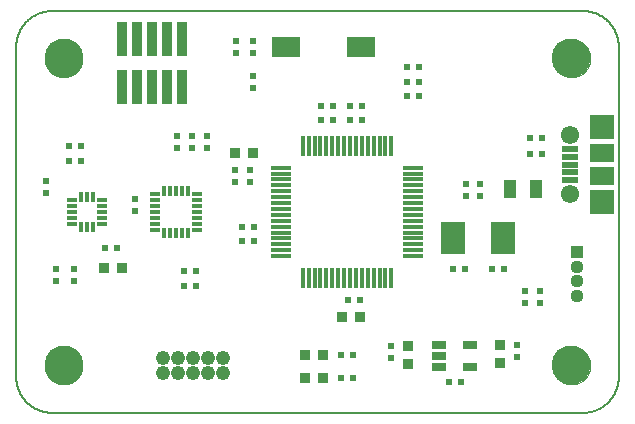
<source format=gts>
G75*
%MOIN*%
%OFA0B0*%
%FSLAX25Y25*%
%IPPOS*%
%LPD*%
%AMOC8*
5,1,8,0,0,1.08239X$1,22.5*
%
%ADD10C,0.00800*%
%ADD11C,0.00000*%
%ADD12C,0.12998*%
%ADD13R,0.03550X0.01483*%
%ADD14R,0.01483X0.03550*%
%ADD15R,0.02369X0.02369*%
%ADD16R,0.03550X0.03550*%
%ADD17R,0.06699X0.01581*%
%ADD18R,0.01581X0.06699*%
%ADD19R,0.07880X0.10636*%
%ADD20C,0.06109*%
%ADD21R,0.05715X0.01975*%
%ADD22R,0.07880X0.06306*%
%ADD23R,0.08307X0.08268*%
%ADD24R,0.09455X0.06699*%
%ADD25R,0.05124X0.02565*%
%ADD26R,0.04337X0.06306*%
%ADD27R,0.03400X0.11400*%
%ADD28R,0.04369X0.04369*%
%ADD29C,0.04369*%
%ADD30C,0.04762*%
D10*
X0013211Y0001400D02*
X0190376Y0001400D01*
X0190661Y0001403D01*
X0190947Y0001414D01*
X0191232Y0001431D01*
X0191516Y0001455D01*
X0191800Y0001486D01*
X0192083Y0001524D01*
X0192364Y0001569D01*
X0192645Y0001620D01*
X0192925Y0001678D01*
X0193203Y0001743D01*
X0193479Y0001815D01*
X0193753Y0001893D01*
X0194026Y0001978D01*
X0194296Y0002070D01*
X0194564Y0002168D01*
X0194830Y0002272D01*
X0195093Y0002383D01*
X0195353Y0002500D01*
X0195611Y0002623D01*
X0195865Y0002753D01*
X0196116Y0002889D01*
X0196364Y0003030D01*
X0196608Y0003178D01*
X0196849Y0003331D01*
X0197085Y0003491D01*
X0197318Y0003656D01*
X0197547Y0003826D01*
X0197772Y0004002D01*
X0197992Y0004184D01*
X0198208Y0004370D01*
X0198419Y0004562D01*
X0198626Y0004759D01*
X0198828Y0004961D01*
X0199025Y0005168D01*
X0199217Y0005379D01*
X0199403Y0005595D01*
X0199585Y0005815D01*
X0199761Y0006040D01*
X0199931Y0006269D01*
X0200096Y0006502D01*
X0200256Y0006738D01*
X0200409Y0006979D01*
X0200557Y0007223D01*
X0200698Y0007471D01*
X0200834Y0007722D01*
X0200964Y0007976D01*
X0201087Y0008234D01*
X0201204Y0008494D01*
X0201315Y0008757D01*
X0201419Y0009023D01*
X0201517Y0009291D01*
X0201609Y0009561D01*
X0201694Y0009834D01*
X0201772Y0010108D01*
X0201844Y0010384D01*
X0201909Y0010662D01*
X0201967Y0010942D01*
X0202018Y0011223D01*
X0202063Y0011504D01*
X0202101Y0011787D01*
X0202132Y0012071D01*
X0202156Y0012355D01*
X0202173Y0012640D01*
X0202184Y0012926D01*
X0202187Y0013211D01*
X0202187Y0123447D01*
X0202184Y0123732D01*
X0202173Y0124018D01*
X0202156Y0124303D01*
X0202132Y0124587D01*
X0202101Y0124871D01*
X0202063Y0125154D01*
X0202018Y0125435D01*
X0201967Y0125716D01*
X0201909Y0125996D01*
X0201844Y0126274D01*
X0201772Y0126550D01*
X0201694Y0126824D01*
X0201609Y0127097D01*
X0201517Y0127367D01*
X0201419Y0127635D01*
X0201315Y0127901D01*
X0201204Y0128164D01*
X0201087Y0128424D01*
X0200964Y0128682D01*
X0200834Y0128936D01*
X0200698Y0129187D01*
X0200557Y0129435D01*
X0200409Y0129679D01*
X0200256Y0129920D01*
X0200096Y0130156D01*
X0199931Y0130389D01*
X0199761Y0130618D01*
X0199585Y0130843D01*
X0199403Y0131063D01*
X0199217Y0131279D01*
X0199025Y0131490D01*
X0198828Y0131697D01*
X0198626Y0131899D01*
X0198419Y0132096D01*
X0198208Y0132288D01*
X0197992Y0132474D01*
X0197772Y0132656D01*
X0197547Y0132832D01*
X0197318Y0133002D01*
X0197085Y0133167D01*
X0196849Y0133327D01*
X0196608Y0133480D01*
X0196364Y0133628D01*
X0196116Y0133769D01*
X0195865Y0133905D01*
X0195611Y0134035D01*
X0195353Y0134158D01*
X0195093Y0134275D01*
X0194830Y0134386D01*
X0194564Y0134490D01*
X0194296Y0134588D01*
X0194026Y0134680D01*
X0193753Y0134765D01*
X0193479Y0134843D01*
X0193203Y0134915D01*
X0192925Y0134980D01*
X0192645Y0135038D01*
X0192364Y0135089D01*
X0192083Y0135134D01*
X0191800Y0135172D01*
X0191516Y0135203D01*
X0191232Y0135227D01*
X0190947Y0135244D01*
X0190661Y0135255D01*
X0190376Y0135258D01*
X0013211Y0135258D01*
X0012926Y0135255D01*
X0012640Y0135244D01*
X0012355Y0135227D01*
X0012071Y0135203D01*
X0011787Y0135172D01*
X0011504Y0135134D01*
X0011223Y0135089D01*
X0010942Y0135038D01*
X0010662Y0134980D01*
X0010384Y0134915D01*
X0010108Y0134843D01*
X0009834Y0134765D01*
X0009561Y0134680D01*
X0009291Y0134588D01*
X0009023Y0134490D01*
X0008757Y0134386D01*
X0008494Y0134275D01*
X0008234Y0134158D01*
X0007976Y0134035D01*
X0007722Y0133905D01*
X0007471Y0133769D01*
X0007223Y0133628D01*
X0006979Y0133480D01*
X0006738Y0133327D01*
X0006502Y0133167D01*
X0006269Y0133002D01*
X0006040Y0132832D01*
X0005815Y0132656D01*
X0005595Y0132474D01*
X0005379Y0132288D01*
X0005168Y0132096D01*
X0004961Y0131899D01*
X0004759Y0131697D01*
X0004562Y0131490D01*
X0004370Y0131279D01*
X0004184Y0131063D01*
X0004002Y0130843D01*
X0003826Y0130618D01*
X0003656Y0130389D01*
X0003491Y0130156D01*
X0003331Y0129920D01*
X0003178Y0129679D01*
X0003030Y0129435D01*
X0002889Y0129187D01*
X0002753Y0128936D01*
X0002623Y0128682D01*
X0002500Y0128424D01*
X0002383Y0128164D01*
X0002272Y0127901D01*
X0002168Y0127635D01*
X0002070Y0127367D01*
X0001978Y0127097D01*
X0001893Y0126824D01*
X0001815Y0126550D01*
X0001743Y0126274D01*
X0001678Y0125996D01*
X0001620Y0125716D01*
X0001569Y0125435D01*
X0001524Y0125154D01*
X0001486Y0124871D01*
X0001455Y0124587D01*
X0001431Y0124303D01*
X0001414Y0124018D01*
X0001403Y0123732D01*
X0001400Y0123447D01*
X0001400Y0013211D01*
X0001403Y0012926D01*
X0001414Y0012640D01*
X0001431Y0012355D01*
X0001455Y0012071D01*
X0001486Y0011787D01*
X0001524Y0011504D01*
X0001569Y0011223D01*
X0001620Y0010942D01*
X0001678Y0010662D01*
X0001743Y0010384D01*
X0001815Y0010108D01*
X0001893Y0009834D01*
X0001978Y0009561D01*
X0002070Y0009291D01*
X0002168Y0009023D01*
X0002272Y0008757D01*
X0002383Y0008494D01*
X0002500Y0008234D01*
X0002623Y0007976D01*
X0002753Y0007722D01*
X0002889Y0007471D01*
X0003030Y0007223D01*
X0003178Y0006979D01*
X0003331Y0006738D01*
X0003491Y0006502D01*
X0003656Y0006269D01*
X0003826Y0006040D01*
X0004002Y0005815D01*
X0004184Y0005595D01*
X0004370Y0005379D01*
X0004562Y0005168D01*
X0004759Y0004961D01*
X0004961Y0004759D01*
X0005168Y0004562D01*
X0005379Y0004370D01*
X0005595Y0004184D01*
X0005815Y0004002D01*
X0006040Y0003826D01*
X0006269Y0003656D01*
X0006502Y0003491D01*
X0006738Y0003331D01*
X0006979Y0003178D01*
X0007223Y0003030D01*
X0007471Y0002889D01*
X0007722Y0002753D01*
X0007976Y0002623D01*
X0008234Y0002500D01*
X0008494Y0002383D01*
X0008757Y0002272D01*
X0009023Y0002168D01*
X0009291Y0002070D01*
X0009561Y0001978D01*
X0009834Y0001893D01*
X0010108Y0001815D01*
X0010384Y0001743D01*
X0010662Y0001678D01*
X0010942Y0001620D01*
X0011223Y0001569D01*
X0011504Y0001524D01*
X0011787Y0001486D01*
X0012071Y0001455D01*
X0012355Y0001431D01*
X0012640Y0001414D01*
X0012926Y0001403D01*
X0013211Y0001400D01*
D11*
X0010849Y0017148D02*
X0010851Y0017306D01*
X0010857Y0017464D01*
X0010867Y0017622D01*
X0010881Y0017780D01*
X0010899Y0017937D01*
X0010920Y0018094D01*
X0010946Y0018250D01*
X0010976Y0018406D01*
X0011009Y0018561D01*
X0011047Y0018714D01*
X0011088Y0018867D01*
X0011133Y0019019D01*
X0011182Y0019170D01*
X0011235Y0019319D01*
X0011291Y0019467D01*
X0011351Y0019613D01*
X0011415Y0019758D01*
X0011483Y0019901D01*
X0011554Y0020043D01*
X0011628Y0020183D01*
X0011706Y0020320D01*
X0011788Y0020456D01*
X0011872Y0020590D01*
X0011961Y0020721D01*
X0012052Y0020850D01*
X0012147Y0020977D01*
X0012244Y0021102D01*
X0012345Y0021224D01*
X0012449Y0021343D01*
X0012556Y0021460D01*
X0012666Y0021574D01*
X0012779Y0021685D01*
X0012894Y0021794D01*
X0013012Y0021899D01*
X0013133Y0022001D01*
X0013256Y0022101D01*
X0013382Y0022197D01*
X0013510Y0022290D01*
X0013640Y0022380D01*
X0013773Y0022466D01*
X0013908Y0022550D01*
X0014044Y0022629D01*
X0014183Y0022706D01*
X0014324Y0022778D01*
X0014466Y0022848D01*
X0014610Y0022913D01*
X0014756Y0022975D01*
X0014903Y0023033D01*
X0015052Y0023088D01*
X0015202Y0023139D01*
X0015353Y0023186D01*
X0015505Y0023229D01*
X0015658Y0023268D01*
X0015813Y0023304D01*
X0015968Y0023335D01*
X0016124Y0023363D01*
X0016280Y0023387D01*
X0016437Y0023407D01*
X0016595Y0023423D01*
X0016752Y0023435D01*
X0016911Y0023443D01*
X0017069Y0023447D01*
X0017227Y0023447D01*
X0017385Y0023443D01*
X0017544Y0023435D01*
X0017701Y0023423D01*
X0017859Y0023407D01*
X0018016Y0023387D01*
X0018172Y0023363D01*
X0018328Y0023335D01*
X0018483Y0023304D01*
X0018638Y0023268D01*
X0018791Y0023229D01*
X0018943Y0023186D01*
X0019094Y0023139D01*
X0019244Y0023088D01*
X0019393Y0023033D01*
X0019540Y0022975D01*
X0019686Y0022913D01*
X0019830Y0022848D01*
X0019972Y0022778D01*
X0020113Y0022706D01*
X0020252Y0022629D01*
X0020388Y0022550D01*
X0020523Y0022466D01*
X0020656Y0022380D01*
X0020786Y0022290D01*
X0020914Y0022197D01*
X0021040Y0022101D01*
X0021163Y0022001D01*
X0021284Y0021899D01*
X0021402Y0021794D01*
X0021517Y0021685D01*
X0021630Y0021574D01*
X0021740Y0021460D01*
X0021847Y0021343D01*
X0021951Y0021224D01*
X0022052Y0021102D01*
X0022149Y0020977D01*
X0022244Y0020850D01*
X0022335Y0020721D01*
X0022424Y0020590D01*
X0022508Y0020456D01*
X0022590Y0020320D01*
X0022668Y0020183D01*
X0022742Y0020043D01*
X0022813Y0019901D01*
X0022881Y0019758D01*
X0022945Y0019613D01*
X0023005Y0019467D01*
X0023061Y0019319D01*
X0023114Y0019170D01*
X0023163Y0019019D01*
X0023208Y0018867D01*
X0023249Y0018714D01*
X0023287Y0018561D01*
X0023320Y0018406D01*
X0023350Y0018250D01*
X0023376Y0018094D01*
X0023397Y0017937D01*
X0023415Y0017780D01*
X0023429Y0017622D01*
X0023439Y0017464D01*
X0023445Y0017306D01*
X0023447Y0017148D01*
X0023445Y0016990D01*
X0023439Y0016832D01*
X0023429Y0016674D01*
X0023415Y0016516D01*
X0023397Y0016359D01*
X0023376Y0016202D01*
X0023350Y0016046D01*
X0023320Y0015890D01*
X0023287Y0015735D01*
X0023249Y0015582D01*
X0023208Y0015429D01*
X0023163Y0015277D01*
X0023114Y0015126D01*
X0023061Y0014977D01*
X0023005Y0014829D01*
X0022945Y0014683D01*
X0022881Y0014538D01*
X0022813Y0014395D01*
X0022742Y0014253D01*
X0022668Y0014113D01*
X0022590Y0013976D01*
X0022508Y0013840D01*
X0022424Y0013706D01*
X0022335Y0013575D01*
X0022244Y0013446D01*
X0022149Y0013319D01*
X0022052Y0013194D01*
X0021951Y0013072D01*
X0021847Y0012953D01*
X0021740Y0012836D01*
X0021630Y0012722D01*
X0021517Y0012611D01*
X0021402Y0012502D01*
X0021284Y0012397D01*
X0021163Y0012295D01*
X0021040Y0012195D01*
X0020914Y0012099D01*
X0020786Y0012006D01*
X0020656Y0011916D01*
X0020523Y0011830D01*
X0020388Y0011746D01*
X0020252Y0011667D01*
X0020113Y0011590D01*
X0019972Y0011518D01*
X0019830Y0011448D01*
X0019686Y0011383D01*
X0019540Y0011321D01*
X0019393Y0011263D01*
X0019244Y0011208D01*
X0019094Y0011157D01*
X0018943Y0011110D01*
X0018791Y0011067D01*
X0018638Y0011028D01*
X0018483Y0010992D01*
X0018328Y0010961D01*
X0018172Y0010933D01*
X0018016Y0010909D01*
X0017859Y0010889D01*
X0017701Y0010873D01*
X0017544Y0010861D01*
X0017385Y0010853D01*
X0017227Y0010849D01*
X0017069Y0010849D01*
X0016911Y0010853D01*
X0016752Y0010861D01*
X0016595Y0010873D01*
X0016437Y0010889D01*
X0016280Y0010909D01*
X0016124Y0010933D01*
X0015968Y0010961D01*
X0015813Y0010992D01*
X0015658Y0011028D01*
X0015505Y0011067D01*
X0015353Y0011110D01*
X0015202Y0011157D01*
X0015052Y0011208D01*
X0014903Y0011263D01*
X0014756Y0011321D01*
X0014610Y0011383D01*
X0014466Y0011448D01*
X0014324Y0011518D01*
X0014183Y0011590D01*
X0014044Y0011667D01*
X0013908Y0011746D01*
X0013773Y0011830D01*
X0013640Y0011916D01*
X0013510Y0012006D01*
X0013382Y0012099D01*
X0013256Y0012195D01*
X0013133Y0012295D01*
X0013012Y0012397D01*
X0012894Y0012502D01*
X0012779Y0012611D01*
X0012666Y0012722D01*
X0012556Y0012836D01*
X0012449Y0012953D01*
X0012345Y0013072D01*
X0012244Y0013194D01*
X0012147Y0013319D01*
X0012052Y0013446D01*
X0011961Y0013575D01*
X0011872Y0013706D01*
X0011788Y0013840D01*
X0011706Y0013976D01*
X0011628Y0014113D01*
X0011554Y0014253D01*
X0011483Y0014395D01*
X0011415Y0014538D01*
X0011351Y0014683D01*
X0011291Y0014829D01*
X0011235Y0014977D01*
X0011182Y0015126D01*
X0011133Y0015277D01*
X0011088Y0015429D01*
X0011047Y0015582D01*
X0011009Y0015735D01*
X0010976Y0015890D01*
X0010946Y0016046D01*
X0010920Y0016202D01*
X0010899Y0016359D01*
X0010881Y0016516D01*
X0010867Y0016674D01*
X0010857Y0016832D01*
X0010851Y0016990D01*
X0010849Y0017148D01*
X0010849Y0119510D02*
X0010851Y0119668D01*
X0010857Y0119826D01*
X0010867Y0119984D01*
X0010881Y0120142D01*
X0010899Y0120299D01*
X0010920Y0120456D01*
X0010946Y0120612D01*
X0010976Y0120768D01*
X0011009Y0120923D01*
X0011047Y0121076D01*
X0011088Y0121229D01*
X0011133Y0121381D01*
X0011182Y0121532D01*
X0011235Y0121681D01*
X0011291Y0121829D01*
X0011351Y0121975D01*
X0011415Y0122120D01*
X0011483Y0122263D01*
X0011554Y0122405D01*
X0011628Y0122545D01*
X0011706Y0122682D01*
X0011788Y0122818D01*
X0011872Y0122952D01*
X0011961Y0123083D01*
X0012052Y0123212D01*
X0012147Y0123339D01*
X0012244Y0123464D01*
X0012345Y0123586D01*
X0012449Y0123705D01*
X0012556Y0123822D01*
X0012666Y0123936D01*
X0012779Y0124047D01*
X0012894Y0124156D01*
X0013012Y0124261D01*
X0013133Y0124363D01*
X0013256Y0124463D01*
X0013382Y0124559D01*
X0013510Y0124652D01*
X0013640Y0124742D01*
X0013773Y0124828D01*
X0013908Y0124912D01*
X0014044Y0124991D01*
X0014183Y0125068D01*
X0014324Y0125140D01*
X0014466Y0125210D01*
X0014610Y0125275D01*
X0014756Y0125337D01*
X0014903Y0125395D01*
X0015052Y0125450D01*
X0015202Y0125501D01*
X0015353Y0125548D01*
X0015505Y0125591D01*
X0015658Y0125630D01*
X0015813Y0125666D01*
X0015968Y0125697D01*
X0016124Y0125725D01*
X0016280Y0125749D01*
X0016437Y0125769D01*
X0016595Y0125785D01*
X0016752Y0125797D01*
X0016911Y0125805D01*
X0017069Y0125809D01*
X0017227Y0125809D01*
X0017385Y0125805D01*
X0017544Y0125797D01*
X0017701Y0125785D01*
X0017859Y0125769D01*
X0018016Y0125749D01*
X0018172Y0125725D01*
X0018328Y0125697D01*
X0018483Y0125666D01*
X0018638Y0125630D01*
X0018791Y0125591D01*
X0018943Y0125548D01*
X0019094Y0125501D01*
X0019244Y0125450D01*
X0019393Y0125395D01*
X0019540Y0125337D01*
X0019686Y0125275D01*
X0019830Y0125210D01*
X0019972Y0125140D01*
X0020113Y0125068D01*
X0020252Y0124991D01*
X0020388Y0124912D01*
X0020523Y0124828D01*
X0020656Y0124742D01*
X0020786Y0124652D01*
X0020914Y0124559D01*
X0021040Y0124463D01*
X0021163Y0124363D01*
X0021284Y0124261D01*
X0021402Y0124156D01*
X0021517Y0124047D01*
X0021630Y0123936D01*
X0021740Y0123822D01*
X0021847Y0123705D01*
X0021951Y0123586D01*
X0022052Y0123464D01*
X0022149Y0123339D01*
X0022244Y0123212D01*
X0022335Y0123083D01*
X0022424Y0122952D01*
X0022508Y0122818D01*
X0022590Y0122682D01*
X0022668Y0122545D01*
X0022742Y0122405D01*
X0022813Y0122263D01*
X0022881Y0122120D01*
X0022945Y0121975D01*
X0023005Y0121829D01*
X0023061Y0121681D01*
X0023114Y0121532D01*
X0023163Y0121381D01*
X0023208Y0121229D01*
X0023249Y0121076D01*
X0023287Y0120923D01*
X0023320Y0120768D01*
X0023350Y0120612D01*
X0023376Y0120456D01*
X0023397Y0120299D01*
X0023415Y0120142D01*
X0023429Y0119984D01*
X0023439Y0119826D01*
X0023445Y0119668D01*
X0023447Y0119510D01*
X0023445Y0119352D01*
X0023439Y0119194D01*
X0023429Y0119036D01*
X0023415Y0118878D01*
X0023397Y0118721D01*
X0023376Y0118564D01*
X0023350Y0118408D01*
X0023320Y0118252D01*
X0023287Y0118097D01*
X0023249Y0117944D01*
X0023208Y0117791D01*
X0023163Y0117639D01*
X0023114Y0117488D01*
X0023061Y0117339D01*
X0023005Y0117191D01*
X0022945Y0117045D01*
X0022881Y0116900D01*
X0022813Y0116757D01*
X0022742Y0116615D01*
X0022668Y0116475D01*
X0022590Y0116338D01*
X0022508Y0116202D01*
X0022424Y0116068D01*
X0022335Y0115937D01*
X0022244Y0115808D01*
X0022149Y0115681D01*
X0022052Y0115556D01*
X0021951Y0115434D01*
X0021847Y0115315D01*
X0021740Y0115198D01*
X0021630Y0115084D01*
X0021517Y0114973D01*
X0021402Y0114864D01*
X0021284Y0114759D01*
X0021163Y0114657D01*
X0021040Y0114557D01*
X0020914Y0114461D01*
X0020786Y0114368D01*
X0020656Y0114278D01*
X0020523Y0114192D01*
X0020388Y0114108D01*
X0020252Y0114029D01*
X0020113Y0113952D01*
X0019972Y0113880D01*
X0019830Y0113810D01*
X0019686Y0113745D01*
X0019540Y0113683D01*
X0019393Y0113625D01*
X0019244Y0113570D01*
X0019094Y0113519D01*
X0018943Y0113472D01*
X0018791Y0113429D01*
X0018638Y0113390D01*
X0018483Y0113354D01*
X0018328Y0113323D01*
X0018172Y0113295D01*
X0018016Y0113271D01*
X0017859Y0113251D01*
X0017701Y0113235D01*
X0017544Y0113223D01*
X0017385Y0113215D01*
X0017227Y0113211D01*
X0017069Y0113211D01*
X0016911Y0113215D01*
X0016752Y0113223D01*
X0016595Y0113235D01*
X0016437Y0113251D01*
X0016280Y0113271D01*
X0016124Y0113295D01*
X0015968Y0113323D01*
X0015813Y0113354D01*
X0015658Y0113390D01*
X0015505Y0113429D01*
X0015353Y0113472D01*
X0015202Y0113519D01*
X0015052Y0113570D01*
X0014903Y0113625D01*
X0014756Y0113683D01*
X0014610Y0113745D01*
X0014466Y0113810D01*
X0014324Y0113880D01*
X0014183Y0113952D01*
X0014044Y0114029D01*
X0013908Y0114108D01*
X0013773Y0114192D01*
X0013640Y0114278D01*
X0013510Y0114368D01*
X0013382Y0114461D01*
X0013256Y0114557D01*
X0013133Y0114657D01*
X0013012Y0114759D01*
X0012894Y0114864D01*
X0012779Y0114973D01*
X0012666Y0115084D01*
X0012556Y0115198D01*
X0012449Y0115315D01*
X0012345Y0115434D01*
X0012244Y0115556D01*
X0012147Y0115681D01*
X0012052Y0115808D01*
X0011961Y0115937D01*
X0011872Y0116068D01*
X0011788Y0116202D01*
X0011706Y0116338D01*
X0011628Y0116475D01*
X0011554Y0116615D01*
X0011483Y0116757D01*
X0011415Y0116900D01*
X0011351Y0117045D01*
X0011291Y0117191D01*
X0011235Y0117339D01*
X0011182Y0117488D01*
X0011133Y0117639D01*
X0011088Y0117791D01*
X0011047Y0117944D01*
X0011009Y0118097D01*
X0010976Y0118252D01*
X0010946Y0118408D01*
X0010920Y0118564D01*
X0010899Y0118721D01*
X0010881Y0118878D01*
X0010867Y0119036D01*
X0010857Y0119194D01*
X0010851Y0119352D01*
X0010849Y0119510D01*
X0180140Y0119510D02*
X0180142Y0119668D01*
X0180148Y0119826D01*
X0180158Y0119984D01*
X0180172Y0120142D01*
X0180190Y0120299D01*
X0180211Y0120456D01*
X0180237Y0120612D01*
X0180267Y0120768D01*
X0180300Y0120923D01*
X0180338Y0121076D01*
X0180379Y0121229D01*
X0180424Y0121381D01*
X0180473Y0121532D01*
X0180526Y0121681D01*
X0180582Y0121829D01*
X0180642Y0121975D01*
X0180706Y0122120D01*
X0180774Y0122263D01*
X0180845Y0122405D01*
X0180919Y0122545D01*
X0180997Y0122682D01*
X0181079Y0122818D01*
X0181163Y0122952D01*
X0181252Y0123083D01*
X0181343Y0123212D01*
X0181438Y0123339D01*
X0181535Y0123464D01*
X0181636Y0123586D01*
X0181740Y0123705D01*
X0181847Y0123822D01*
X0181957Y0123936D01*
X0182070Y0124047D01*
X0182185Y0124156D01*
X0182303Y0124261D01*
X0182424Y0124363D01*
X0182547Y0124463D01*
X0182673Y0124559D01*
X0182801Y0124652D01*
X0182931Y0124742D01*
X0183064Y0124828D01*
X0183199Y0124912D01*
X0183335Y0124991D01*
X0183474Y0125068D01*
X0183615Y0125140D01*
X0183757Y0125210D01*
X0183901Y0125275D01*
X0184047Y0125337D01*
X0184194Y0125395D01*
X0184343Y0125450D01*
X0184493Y0125501D01*
X0184644Y0125548D01*
X0184796Y0125591D01*
X0184949Y0125630D01*
X0185104Y0125666D01*
X0185259Y0125697D01*
X0185415Y0125725D01*
X0185571Y0125749D01*
X0185728Y0125769D01*
X0185886Y0125785D01*
X0186043Y0125797D01*
X0186202Y0125805D01*
X0186360Y0125809D01*
X0186518Y0125809D01*
X0186676Y0125805D01*
X0186835Y0125797D01*
X0186992Y0125785D01*
X0187150Y0125769D01*
X0187307Y0125749D01*
X0187463Y0125725D01*
X0187619Y0125697D01*
X0187774Y0125666D01*
X0187929Y0125630D01*
X0188082Y0125591D01*
X0188234Y0125548D01*
X0188385Y0125501D01*
X0188535Y0125450D01*
X0188684Y0125395D01*
X0188831Y0125337D01*
X0188977Y0125275D01*
X0189121Y0125210D01*
X0189263Y0125140D01*
X0189404Y0125068D01*
X0189543Y0124991D01*
X0189679Y0124912D01*
X0189814Y0124828D01*
X0189947Y0124742D01*
X0190077Y0124652D01*
X0190205Y0124559D01*
X0190331Y0124463D01*
X0190454Y0124363D01*
X0190575Y0124261D01*
X0190693Y0124156D01*
X0190808Y0124047D01*
X0190921Y0123936D01*
X0191031Y0123822D01*
X0191138Y0123705D01*
X0191242Y0123586D01*
X0191343Y0123464D01*
X0191440Y0123339D01*
X0191535Y0123212D01*
X0191626Y0123083D01*
X0191715Y0122952D01*
X0191799Y0122818D01*
X0191881Y0122682D01*
X0191959Y0122545D01*
X0192033Y0122405D01*
X0192104Y0122263D01*
X0192172Y0122120D01*
X0192236Y0121975D01*
X0192296Y0121829D01*
X0192352Y0121681D01*
X0192405Y0121532D01*
X0192454Y0121381D01*
X0192499Y0121229D01*
X0192540Y0121076D01*
X0192578Y0120923D01*
X0192611Y0120768D01*
X0192641Y0120612D01*
X0192667Y0120456D01*
X0192688Y0120299D01*
X0192706Y0120142D01*
X0192720Y0119984D01*
X0192730Y0119826D01*
X0192736Y0119668D01*
X0192738Y0119510D01*
X0192736Y0119352D01*
X0192730Y0119194D01*
X0192720Y0119036D01*
X0192706Y0118878D01*
X0192688Y0118721D01*
X0192667Y0118564D01*
X0192641Y0118408D01*
X0192611Y0118252D01*
X0192578Y0118097D01*
X0192540Y0117944D01*
X0192499Y0117791D01*
X0192454Y0117639D01*
X0192405Y0117488D01*
X0192352Y0117339D01*
X0192296Y0117191D01*
X0192236Y0117045D01*
X0192172Y0116900D01*
X0192104Y0116757D01*
X0192033Y0116615D01*
X0191959Y0116475D01*
X0191881Y0116338D01*
X0191799Y0116202D01*
X0191715Y0116068D01*
X0191626Y0115937D01*
X0191535Y0115808D01*
X0191440Y0115681D01*
X0191343Y0115556D01*
X0191242Y0115434D01*
X0191138Y0115315D01*
X0191031Y0115198D01*
X0190921Y0115084D01*
X0190808Y0114973D01*
X0190693Y0114864D01*
X0190575Y0114759D01*
X0190454Y0114657D01*
X0190331Y0114557D01*
X0190205Y0114461D01*
X0190077Y0114368D01*
X0189947Y0114278D01*
X0189814Y0114192D01*
X0189679Y0114108D01*
X0189543Y0114029D01*
X0189404Y0113952D01*
X0189263Y0113880D01*
X0189121Y0113810D01*
X0188977Y0113745D01*
X0188831Y0113683D01*
X0188684Y0113625D01*
X0188535Y0113570D01*
X0188385Y0113519D01*
X0188234Y0113472D01*
X0188082Y0113429D01*
X0187929Y0113390D01*
X0187774Y0113354D01*
X0187619Y0113323D01*
X0187463Y0113295D01*
X0187307Y0113271D01*
X0187150Y0113251D01*
X0186992Y0113235D01*
X0186835Y0113223D01*
X0186676Y0113215D01*
X0186518Y0113211D01*
X0186360Y0113211D01*
X0186202Y0113215D01*
X0186043Y0113223D01*
X0185886Y0113235D01*
X0185728Y0113251D01*
X0185571Y0113271D01*
X0185415Y0113295D01*
X0185259Y0113323D01*
X0185104Y0113354D01*
X0184949Y0113390D01*
X0184796Y0113429D01*
X0184644Y0113472D01*
X0184493Y0113519D01*
X0184343Y0113570D01*
X0184194Y0113625D01*
X0184047Y0113683D01*
X0183901Y0113745D01*
X0183757Y0113810D01*
X0183615Y0113880D01*
X0183474Y0113952D01*
X0183335Y0114029D01*
X0183199Y0114108D01*
X0183064Y0114192D01*
X0182931Y0114278D01*
X0182801Y0114368D01*
X0182673Y0114461D01*
X0182547Y0114557D01*
X0182424Y0114657D01*
X0182303Y0114759D01*
X0182185Y0114864D01*
X0182070Y0114973D01*
X0181957Y0115084D01*
X0181847Y0115198D01*
X0181740Y0115315D01*
X0181636Y0115434D01*
X0181535Y0115556D01*
X0181438Y0115681D01*
X0181343Y0115808D01*
X0181252Y0115937D01*
X0181163Y0116068D01*
X0181079Y0116202D01*
X0180997Y0116338D01*
X0180919Y0116475D01*
X0180845Y0116615D01*
X0180774Y0116757D01*
X0180706Y0116900D01*
X0180642Y0117045D01*
X0180582Y0117191D01*
X0180526Y0117339D01*
X0180473Y0117488D01*
X0180424Y0117639D01*
X0180379Y0117791D01*
X0180338Y0117944D01*
X0180300Y0118097D01*
X0180267Y0118252D01*
X0180237Y0118408D01*
X0180211Y0118564D01*
X0180190Y0118721D01*
X0180172Y0118878D01*
X0180158Y0119036D01*
X0180148Y0119194D01*
X0180142Y0119352D01*
X0180140Y0119510D01*
X0180140Y0017148D02*
X0180142Y0017306D01*
X0180148Y0017464D01*
X0180158Y0017622D01*
X0180172Y0017780D01*
X0180190Y0017937D01*
X0180211Y0018094D01*
X0180237Y0018250D01*
X0180267Y0018406D01*
X0180300Y0018561D01*
X0180338Y0018714D01*
X0180379Y0018867D01*
X0180424Y0019019D01*
X0180473Y0019170D01*
X0180526Y0019319D01*
X0180582Y0019467D01*
X0180642Y0019613D01*
X0180706Y0019758D01*
X0180774Y0019901D01*
X0180845Y0020043D01*
X0180919Y0020183D01*
X0180997Y0020320D01*
X0181079Y0020456D01*
X0181163Y0020590D01*
X0181252Y0020721D01*
X0181343Y0020850D01*
X0181438Y0020977D01*
X0181535Y0021102D01*
X0181636Y0021224D01*
X0181740Y0021343D01*
X0181847Y0021460D01*
X0181957Y0021574D01*
X0182070Y0021685D01*
X0182185Y0021794D01*
X0182303Y0021899D01*
X0182424Y0022001D01*
X0182547Y0022101D01*
X0182673Y0022197D01*
X0182801Y0022290D01*
X0182931Y0022380D01*
X0183064Y0022466D01*
X0183199Y0022550D01*
X0183335Y0022629D01*
X0183474Y0022706D01*
X0183615Y0022778D01*
X0183757Y0022848D01*
X0183901Y0022913D01*
X0184047Y0022975D01*
X0184194Y0023033D01*
X0184343Y0023088D01*
X0184493Y0023139D01*
X0184644Y0023186D01*
X0184796Y0023229D01*
X0184949Y0023268D01*
X0185104Y0023304D01*
X0185259Y0023335D01*
X0185415Y0023363D01*
X0185571Y0023387D01*
X0185728Y0023407D01*
X0185886Y0023423D01*
X0186043Y0023435D01*
X0186202Y0023443D01*
X0186360Y0023447D01*
X0186518Y0023447D01*
X0186676Y0023443D01*
X0186835Y0023435D01*
X0186992Y0023423D01*
X0187150Y0023407D01*
X0187307Y0023387D01*
X0187463Y0023363D01*
X0187619Y0023335D01*
X0187774Y0023304D01*
X0187929Y0023268D01*
X0188082Y0023229D01*
X0188234Y0023186D01*
X0188385Y0023139D01*
X0188535Y0023088D01*
X0188684Y0023033D01*
X0188831Y0022975D01*
X0188977Y0022913D01*
X0189121Y0022848D01*
X0189263Y0022778D01*
X0189404Y0022706D01*
X0189543Y0022629D01*
X0189679Y0022550D01*
X0189814Y0022466D01*
X0189947Y0022380D01*
X0190077Y0022290D01*
X0190205Y0022197D01*
X0190331Y0022101D01*
X0190454Y0022001D01*
X0190575Y0021899D01*
X0190693Y0021794D01*
X0190808Y0021685D01*
X0190921Y0021574D01*
X0191031Y0021460D01*
X0191138Y0021343D01*
X0191242Y0021224D01*
X0191343Y0021102D01*
X0191440Y0020977D01*
X0191535Y0020850D01*
X0191626Y0020721D01*
X0191715Y0020590D01*
X0191799Y0020456D01*
X0191881Y0020320D01*
X0191959Y0020183D01*
X0192033Y0020043D01*
X0192104Y0019901D01*
X0192172Y0019758D01*
X0192236Y0019613D01*
X0192296Y0019467D01*
X0192352Y0019319D01*
X0192405Y0019170D01*
X0192454Y0019019D01*
X0192499Y0018867D01*
X0192540Y0018714D01*
X0192578Y0018561D01*
X0192611Y0018406D01*
X0192641Y0018250D01*
X0192667Y0018094D01*
X0192688Y0017937D01*
X0192706Y0017780D01*
X0192720Y0017622D01*
X0192730Y0017464D01*
X0192736Y0017306D01*
X0192738Y0017148D01*
X0192736Y0016990D01*
X0192730Y0016832D01*
X0192720Y0016674D01*
X0192706Y0016516D01*
X0192688Y0016359D01*
X0192667Y0016202D01*
X0192641Y0016046D01*
X0192611Y0015890D01*
X0192578Y0015735D01*
X0192540Y0015582D01*
X0192499Y0015429D01*
X0192454Y0015277D01*
X0192405Y0015126D01*
X0192352Y0014977D01*
X0192296Y0014829D01*
X0192236Y0014683D01*
X0192172Y0014538D01*
X0192104Y0014395D01*
X0192033Y0014253D01*
X0191959Y0014113D01*
X0191881Y0013976D01*
X0191799Y0013840D01*
X0191715Y0013706D01*
X0191626Y0013575D01*
X0191535Y0013446D01*
X0191440Y0013319D01*
X0191343Y0013194D01*
X0191242Y0013072D01*
X0191138Y0012953D01*
X0191031Y0012836D01*
X0190921Y0012722D01*
X0190808Y0012611D01*
X0190693Y0012502D01*
X0190575Y0012397D01*
X0190454Y0012295D01*
X0190331Y0012195D01*
X0190205Y0012099D01*
X0190077Y0012006D01*
X0189947Y0011916D01*
X0189814Y0011830D01*
X0189679Y0011746D01*
X0189543Y0011667D01*
X0189404Y0011590D01*
X0189263Y0011518D01*
X0189121Y0011448D01*
X0188977Y0011383D01*
X0188831Y0011321D01*
X0188684Y0011263D01*
X0188535Y0011208D01*
X0188385Y0011157D01*
X0188234Y0011110D01*
X0188082Y0011067D01*
X0187929Y0011028D01*
X0187774Y0010992D01*
X0187619Y0010961D01*
X0187463Y0010933D01*
X0187307Y0010909D01*
X0187150Y0010889D01*
X0186992Y0010873D01*
X0186835Y0010861D01*
X0186676Y0010853D01*
X0186518Y0010849D01*
X0186360Y0010849D01*
X0186202Y0010853D01*
X0186043Y0010861D01*
X0185886Y0010873D01*
X0185728Y0010889D01*
X0185571Y0010909D01*
X0185415Y0010933D01*
X0185259Y0010961D01*
X0185104Y0010992D01*
X0184949Y0011028D01*
X0184796Y0011067D01*
X0184644Y0011110D01*
X0184493Y0011157D01*
X0184343Y0011208D01*
X0184194Y0011263D01*
X0184047Y0011321D01*
X0183901Y0011383D01*
X0183757Y0011448D01*
X0183615Y0011518D01*
X0183474Y0011590D01*
X0183335Y0011667D01*
X0183199Y0011746D01*
X0183064Y0011830D01*
X0182931Y0011916D01*
X0182801Y0012006D01*
X0182673Y0012099D01*
X0182547Y0012195D01*
X0182424Y0012295D01*
X0182303Y0012397D01*
X0182185Y0012502D01*
X0182070Y0012611D01*
X0181957Y0012722D01*
X0181847Y0012836D01*
X0181740Y0012953D01*
X0181636Y0013072D01*
X0181535Y0013194D01*
X0181438Y0013319D01*
X0181343Y0013446D01*
X0181252Y0013575D01*
X0181163Y0013706D01*
X0181079Y0013840D01*
X0180997Y0013976D01*
X0180919Y0014113D01*
X0180845Y0014253D01*
X0180774Y0014395D01*
X0180706Y0014538D01*
X0180642Y0014683D01*
X0180582Y0014829D01*
X0180526Y0014977D01*
X0180473Y0015126D01*
X0180424Y0015277D01*
X0180379Y0015429D01*
X0180338Y0015582D01*
X0180300Y0015735D01*
X0180267Y0015890D01*
X0180237Y0016046D01*
X0180211Y0016202D01*
X0180190Y0016359D01*
X0180172Y0016516D01*
X0180158Y0016674D01*
X0180148Y0016832D01*
X0180142Y0016990D01*
X0180140Y0017148D01*
D12*
X0186439Y0017148D03*
X0186439Y0119510D03*
X0017148Y0119510D03*
X0017148Y0017148D03*
D13*
X0047561Y0062424D03*
X0047561Y0064392D03*
X0047561Y0066361D03*
X0047561Y0068329D03*
X0047561Y0070298D03*
X0047561Y0072266D03*
X0047561Y0074235D03*
X0061538Y0074235D03*
X0061538Y0072266D03*
X0061538Y0070298D03*
X0061538Y0068329D03*
X0061538Y0066361D03*
X0061538Y0064392D03*
X0061538Y0062424D03*
X0030042Y0064392D03*
X0030042Y0066361D03*
X0030042Y0068329D03*
X0030042Y0070298D03*
X0030042Y0072266D03*
X0020002Y0072266D03*
X0020002Y0070298D03*
X0020002Y0068329D03*
X0020002Y0066361D03*
X0020002Y0064392D03*
D14*
X0023054Y0063309D03*
X0025022Y0063309D03*
X0026991Y0063309D03*
X0026991Y0073349D03*
X0025022Y0073349D03*
X0023054Y0073349D03*
X0050613Y0075317D03*
X0052581Y0075317D03*
X0054550Y0075317D03*
X0056518Y0075317D03*
X0058487Y0075317D03*
X0058487Y0061341D03*
X0056518Y0061341D03*
X0054550Y0061341D03*
X0052581Y0061341D03*
X0050613Y0061341D03*
D15*
X0040822Y0068774D03*
X0040822Y0072774D03*
X0022896Y0085274D03*
X0018896Y0085274D03*
X0018896Y0090374D03*
X0022896Y0090374D03*
X0011296Y0078474D03*
X0011296Y0074474D03*
X0030822Y0056274D03*
X0034822Y0056274D03*
X0020696Y0049274D03*
X0014596Y0049274D03*
X0014596Y0045274D03*
X0020696Y0045274D03*
X0057296Y0043674D03*
X0061296Y0043674D03*
X0061296Y0048774D03*
X0057296Y0048774D03*
X0076496Y0058622D03*
X0080496Y0058622D03*
X0080496Y0063422D03*
X0076496Y0063422D03*
X0074196Y0078174D03*
X0074196Y0082174D03*
X0079296Y0082174D03*
X0079296Y0078174D03*
X0065096Y0089674D03*
X0065096Y0093674D03*
X0060096Y0093674D03*
X0055096Y0093674D03*
X0055096Y0089674D03*
X0060096Y0089674D03*
X0080140Y0109636D03*
X0080140Y0113636D03*
X0080140Y0121447D03*
X0080140Y0125447D03*
X0074666Y0125447D03*
X0074666Y0121447D03*
X0102896Y0103674D03*
X0106896Y0103674D03*
X0106896Y0098874D03*
X0102896Y0098874D03*
X0112496Y0098874D03*
X0116496Y0098874D03*
X0116496Y0103674D03*
X0112496Y0103674D03*
X0131696Y0106874D03*
X0135696Y0106874D03*
X0135696Y0111674D03*
X0131696Y0111674D03*
X0131696Y0116474D03*
X0135696Y0116474D03*
X0172496Y0092874D03*
X0176496Y0092874D03*
X0176496Y0087674D03*
X0172496Y0087674D03*
X0156083Y0077647D03*
X0156083Y0073647D03*
X0151206Y0073658D03*
X0151206Y0077658D03*
X0150796Y0049274D03*
X0146796Y0049274D03*
X0159796Y0049374D03*
X0163796Y0049374D03*
X0170896Y0041874D03*
X0176096Y0041874D03*
X0176096Y0037874D03*
X0170896Y0037874D03*
X0168296Y0024074D03*
X0168296Y0020074D03*
X0149496Y0011574D03*
X0145496Y0011574D03*
X0126396Y0019674D03*
X0126396Y0023674D03*
X0113696Y0020474D03*
X0109696Y0020474D03*
X0109596Y0012974D03*
X0113596Y0012974D03*
X0112096Y0038874D03*
X0116096Y0038874D03*
D16*
X0115996Y0033174D03*
X0109996Y0033174D03*
X0103649Y0020474D03*
X0097743Y0020474D03*
X0097643Y0012974D03*
X0103549Y0012974D03*
X0131996Y0017474D03*
X0131996Y0023474D03*
X0162696Y0024074D03*
X0162696Y0018074D03*
X0080196Y0087974D03*
X0074196Y0087974D03*
X0036596Y0049674D03*
X0030596Y0049674D03*
D17*
X0089589Y0053565D03*
X0089589Y0055534D03*
X0089589Y0057502D03*
X0089589Y0059471D03*
X0089589Y0061439D03*
X0089589Y0063408D03*
X0089589Y0065376D03*
X0089589Y0067345D03*
X0089589Y0069313D03*
X0089589Y0071282D03*
X0089589Y0073250D03*
X0089589Y0075219D03*
X0089589Y0077187D03*
X0089589Y0079156D03*
X0089589Y0081124D03*
X0089589Y0083093D03*
X0133683Y0083093D03*
X0133683Y0081124D03*
X0133683Y0079156D03*
X0133683Y0077187D03*
X0133683Y0075219D03*
X0133683Y0073250D03*
X0133683Y0071282D03*
X0133683Y0069313D03*
X0133683Y0067345D03*
X0133683Y0065376D03*
X0133683Y0063408D03*
X0133683Y0061439D03*
X0133683Y0059471D03*
X0133683Y0057502D03*
X0133683Y0055534D03*
X0133683Y0053565D03*
D18*
X0126400Y0046282D03*
X0124431Y0046282D03*
X0122463Y0046282D03*
X0120494Y0046282D03*
X0118526Y0046282D03*
X0116557Y0046282D03*
X0114589Y0046282D03*
X0112620Y0046282D03*
X0110652Y0046282D03*
X0108683Y0046282D03*
X0106715Y0046282D03*
X0104746Y0046282D03*
X0102778Y0046282D03*
X0100809Y0046282D03*
X0098841Y0046282D03*
X0096872Y0046282D03*
X0096872Y0090376D03*
X0098841Y0090376D03*
X0100809Y0090376D03*
X0102778Y0090376D03*
X0104746Y0090376D03*
X0106715Y0090376D03*
X0108683Y0090376D03*
X0110652Y0090376D03*
X0112620Y0090376D03*
X0114589Y0090376D03*
X0116557Y0090376D03*
X0118526Y0090376D03*
X0120494Y0090376D03*
X0122463Y0090376D03*
X0124431Y0090376D03*
X0126400Y0090376D03*
D19*
X0146831Y0059674D03*
X0163761Y0059674D03*
D20*
X0185872Y0074274D03*
X0185872Y0093959D03*
D21*
X0185872Y0089235D03*
X0185872Y0086676D03*
X0185872Y0084117D03*
X0185872Y0081557D03*
X0185872Y0078998D03*
D22*
X0196502Y0080180D03*
X0196502Y0088054D03*
D23*
X0196503Y0096674D03*
X0196492Y0071574D03*
D24*
X0116164Y0123447D03*
X0091361Y0123447D03*
D25*
X0142378Y0024114D03*
X0142378Y0020374D03*
X0142378Y0016634D03*
X0152614Y0016634D03*
X0152614Y0024114D03*
D26*
X0165965Y0076074D03*
X0174627Y0076074D03*
D27*
X0056496Y0110074D03*
X0051496Y0110074D03*
X0046496Y0110074D03*
X0041496Y0110074D03*
X0036496Y0110074D03*
X0036496Y0126074D03*
X0041496Y0126074D03*
X0046496Y0126074D03*
X0051496Y0126074D03*
X0056496Y0126074D03*
D28*
X0188298Y0054995D03*
D29*
X0188298Y0050074D03*
X0188298Y0045153D03*
X0188298Y0040231D03*
D30*
X0070455Y0019648D03*
X0065455Y0019648D03*
X0060455Y0019648D03*
X0055455Y0019648D03*
X0050455Y0019648D03*
X0050455Y0014648D03*
X0055455Y0014648D03*
X0060455Y0014648D03*
X0065455Y0014648D03*
X0070455Y0014648D03*
M02*

</source>
